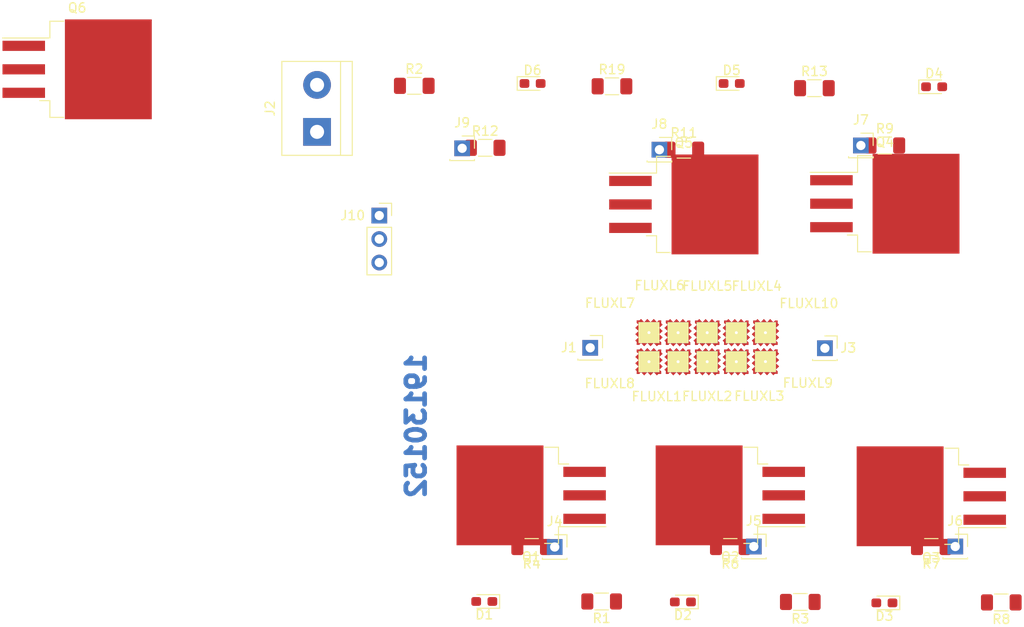
<source format=kicad_pcb>
(kicad_pcb (version 20211014) (generator pcbnew)
  (layers (0 "F.Cu" signal) (31 "B.Cu" signal) (34 "B.Paste" user) (35 "F.Paste" user) (36 "B.SilkS" user "B.Silkscreen") (37 "F.SilkS" user "F.Silkscreen") (38 "B.Mask" user) (39 "F.Mask" user) (44 "Edge.Cuts" user))
  (net 0 "")
  (net 1 "GND")
  (net 2 "Net-(D1-Pad2)")
  (net 3 "Net-(D2-Pad2)")
  (net 4 "Net-(D3-Pad2)")
  (net 5 "Net-(D4-Pad2)")
  (net 6 "Net-(D5-Pad2)")
  (net 7 "Net-(D6-Pad2)")
  (net 8 "Net-(FLUXL7-Pad1)")
  (net 9 "Net-(FLUXL10-Pad1)")
  (net 10 "/PAD_1")
  (net 11 "/PAD_2")
  (net 12 "/PAD_3")
  (net 13 "/PAD_4")
  (net 14 "/PAD_5")
  (net 15 "/PAD_6")
  (net 16 "/LED_1")
  (net 17 "/LED_2")
  (net 18 "/LED_3")
  (net 19 "/LED_4")
  (net 20 "/LED_5")
  (net 21 "/pin_6")
  (net 22 "/+HV")
  (footprint "LED_SMD:LED_0603_1608Metric_Pad1.05x0.95mm_HandSolder" (layer "F.Cu") (at 87.7874 133.0452 180)
    (fp_text reference "D1")
    (fp_text value "LED")
  )
  (footprint "Connector_PinSocket_2.54mm:PinSocket_1x03_P2.54mm_Vertical" (layer "F.Cu") (at 76.4282 91.3026)
    (fp_text reference "J10")
    (fp_text value "GND")
  )
  (footprint "GaudiLabsFootPrints:FLUXPAD_2_75_4MIL_FINAL" (layer "F.Cu") (at 118.2 103.97 -90)
    (fp_text reference "FLUXL10")
    (fp_text value "FX" hide)
  )
  (footprint "Package_TO_SOT_SMD:TO-263-3_TabPin2" (layer "F.Cu") (at 109.37 90.095)
    (fp_text reference "Q5")
    (fp_text value "IRF740")
  )
  (footprint "Resistor_SMD:R_1206_3216Metric_Pad1.30x1.75mm_HandSolder" (layer "F.Cu") (at 100.4824 133.0452 180)
    (fp_text reference "R1")
    (fp_text value "R")
  )
  (footprint "Package_TO_SOT_SMD:TO-263-3_TabPin2" (layer "F.Cu") (at 43.745 75.48)
    (fp_text reference "Q6")
    (fp_text value "IRF740")
  )
  (footprint "GaudiLabsFootPrints:FLUXPAD_2_75_4MIL_FINAL" (layer "F.Cu") (at 105.6 107.11 90)
    (fp_text reference "FLUXL8")
    (fp_text value "FX" hide)
  )
  (footprint "Resistor_SMD:R_1206_3216Metric_Pad1.30x1.75mm_HandSolder" (layer "F.Cu") (at 80.2132 77.2668)
    (fp_text reference "R2")
    (fp_text value "R")
  )
  (footprint "Resistor_SMD:R_1206_3216Metric_Pad1.30x1.75mm_HandSolder" (layer "F.Cu") (at 136.144 127.1524 180)
    (fp_text reference "R7")
    (fp_text value "1K")
  )
  (footprint "LED_SMD:LED_0603_1608Metric_Pad1.05x0.95mm_HandSolder" (layer "F.Cu") (at 109.2708 133.096 180)
    (fp_text reference "D2")
    (fp_text value "LED")
  )
  (footprint "Connector_PinSocket_2.54mm:PinSocket_1x01_P2.54mm_Vertical" (layer "F.Cu") (at 138.7348 127.1016)
    (fp_text reference "J6")
    (fp_text value "Ard_3")
  )
  (footprint "LED_SMD:LED_0603_1608Metric_Pad1.05x0.95mm_HandSolder" (layer "F.Cu") (at 136.4488 77.3684)
    (fp_text reference "D4")
    (fp_text value "LED")
  )
  (footprint "Resistor_SMD:R_1206_3216Metric_Pad1.30x1.75mm_HandSolder" (layer "F.Cu") (at 121.9708 133.096 180)
    (fp_text reference "R3")
    (fp_text value "R")
  )
  (footprint "GaudiLabsFootPrints:FLUXPAD_2_75_4MIL_FINAL" (layer "F.Cu") (at 111.9 107.11)
    (fp_text reference "FLUXL2")
    (fp_text value "FX" hide)
  )
  (footprint "Resistor_SMD:R_1206_3216Metric_Pad1.30x1.75mm_HandSolder" (layer "F.Cu") (at 87.884 83.9724)
    (fp_text reference "R12")
    (fp_text value "1K")
  )
  (footprint "TerminalBlock:TerminalBlock_bornier-2_P5.08mm" (layer "F.Cu") (at 69.6976 82.2452 90)
    (fp_text reference "J2")
    (fp_text value "POWER")
  )
  (footprint "GaudiLabsFootPrints:FLUXPAD_2_75_4MIL_FINAL" (layer "F.Cu") (at 111.9 103.97)
    (fp_text reference "FLUXL5")
    (fp_text value "FX" hide)
  )
  (footprint "GaudiLabsFootPrints:FLUXPAD_2_75_4MIL_FINAL" (layer "F.Cu") (at 115.05 103.97)
    (fp_text reference "FLUXL4")
    (fp_text value "FX" hide)
  )
  (footprint "Connector_PinSocket_2.54mm:PinSocket_1x01_P2.54mm_Vertical" (layer "F.Cu") (at 85.3948 84.0232)
    (fp_text reference "J9")
    (fp_text value "Ard_6")
  )
  (footprint "GaudiLabsFootPrints:FLUXPAD_2_75_4MIL_FINAL" (layer "F.Cu") (at 108.75 107.11)
    (fp_text reference "FLUXL1")
    (fp_text value "FX" hide)
  )
  (footprint "Connector_PinSocket_2.54mm:PinSocket_1x01_P2.54mm_Vertical" (layer "F.Cu") (at 95.4024 127.1524)
    (fp_text reference "J4")
    (fp_text value "Ard_1")
  )
  (footprint "Resistor_SMD:R_1206_3216Metric_Pad1.30x1.75mm_HandSolder" (layer "F.Cu") (at 123.4948 77.5208)
    (fp_text reference "R13")
    (fp_text value "R")
  )
  (footprint "GaudiLabsFootPrints:FLUXPAD_2_75_4MIL_FINAL" (layer "F.Cu") (at 108.75 103.97)
    (fp_text reference "FLUXL6")
    (fp_text value "FX" hide)
  )
  (footprint "LED_SMD:LED_0603_1608Metric_Pad1.05x0.95mm_HandSolder" (layer "F.Cu") (at 114.549 77.0128)
    (fp_text reference "D5")
    (fp_text value "LED")
  )
  (footprint "Connector_PinSocket_2.54mm:PinSocket_1x01_P2.54mm_Vertical" (layer "F.Cu") (at 128.524 83.7184)
    (fp_text reference "J7")
    (fp_text value "Ard_4")
  )
  (footprint "GaudiLabsFootPrints:FLUXPAD_2_75_4MIL_FINAL" (layer "F.Cu") (at 115.05 107.11)
    (fp_text reference "FLUXL3")
    (fp_text value "FX" hide)
  )
  (footprint "Connector_PinSocket_2.54mm:PinSocket_1x01_P2.54mm_Vertical" (layer "F.Cu") (at 99.245 105.605)
    (fp_text reference "J1")
    (fp_text value "GND_Electrodes")
  )
  (footprint "Package_TO_SOT_SMD:TO-263-3_TabPin2" (layer "F.Cu") (at 131.1148 90.0176)
    (fp_text reference "Q4")
    (fp_text value "IRF740")
  )
  (footprint "Connector_PinSocket_2.54mm:PinSocket_1x01_P2.54mm_Vertical" (layer "F.Cu") (at 106.7308 84.1756)
    (fp_text reference "J8")
    (fp_text value "Ard_5")
  )
  (footprint "Resistor_SMD:R_1206_3216Metric_Pad1.30x1.75mm_HandSolder" (layer "F.Cu") (at 131.1148 83.7184)
    (fp_text reference "R9")
    (fp_text value "1K")
  )
  (footprint "Resistor_SMD:R_1206_3216Metric_Pad1.30x1.75mm_HandSolder" (layer "F.Cu") (at 114.4016 127.1524 180)
    (fp_text reference "R6")
    (fp_text value "1K")
  )
  (footprint "Resistor_SMD:R_1206_3216Metric_Pad1.30x1.75mm_HandSolder" (layer "F.Cu") (at 143.7132 133.1468 180)
    (fp_text reference "R8")
    (fp_text value "R")
  )
  (footprint "Connector_PinSocket_2.54mm:PinSocket_1x01_P2.54mm_Vertical" (layer "F.Cu") (at 124.63 105.65)
    (fp_text reference "J3")
    (fp_text value "GND_Electrodes")
  )
  (footprint "LED_SMD:LED_0603_1608Metric_Pad1.05x0.95mm_HandSolder" (layer "F.Cu") (at 93.0098 77.0128)
    (fp_text reference "D6")
    (fp_text value "LED")
  )
  (footprint "Resistor_SMD:R_1206_3216Metric_Pad1.30x1.75mm_HandSolder" (layer "F.Cu") (at 101.6 77.3176)
    (fp_text reference "R19")
    (fp_text value "R")
  )
  (footprint "Package_TO_SOT_SMD:TO-263-3_TabPin2" (layer "F.Cu") (at 92.8624 121.5644 180)
    (fp_text reference "Q1")
    (fp_text value "IRF740")
  )
  (footprint "Package_TO_SOT_SMD:TO-263-3_TabPin2" (layer "F.Cu") (at 114.4016 121.5644 180)
    (fp_text reference "Q2")
    (fp_text value "IRF740")
  )
  (footprint "GaudiLabsFootPrints:FLUXPAD_2_75_4MIL_FINAL" (layer "F.Cu") (at 118.2 107.1 -90)
    (fp_text reference "FLUXL9")
    (fp_text value "FX" hide)
  )
  (footprint "Resistor_SMD:R_1206_3216Metric_Pad1.30x1.75mm_HandSolder" (layer "F.Cu") (at 109.3724 84.1756)
    (fp_text reference "R11")
    (fp_text value "1K")
  )
  (footprint "Package_TO_SOT_SMD:TO-263-3_TabPin2" (layer "F.Cu") (at 136.144 121.666 180)
    (fp_text reference "Q3")
    (fp_text value "IRF740")
  )
  (footprint "LED_SMD:LED_0603_1608Metric_Pad1.05x0.95mm_HandSolder" (layer "F.Cu") (at 131.069 133.1976 180)
    (fp_text reference "D3")
    (fp_text value "LED")
  )
  (footprint "GaudiLabsFootPrints:FLUXPAD_2_75_4MIL_FINAL" (layer "F.Cu") (at 105.6 103.96 90)
    (fp_text reference "FLUXL7")
    (fp_text value "FX" hide)
  )
  (footprint "Connector_PinSocket_2.54mm:PinSocket_1x01_P2.54mm_Vertical" (layer "F.Cu") (at 116.9416 127.1016)
    (fp_text reference "J5")
    (fp_text value "Ard_2")
  )
  (footprint "Resistor_SMD:R_1206_3216Metric_Pad1.30x1.75mm_HandSolder" (layer "F.Cu") (at 92.9132 127.1524 180)
    (fp_text reference "R4")
    (fp_text value "1K")
  )
  (gr_text "19130152" (at 80.4164 114.046 90) (layer "B.Cu") (effects (font (size 2.032 2.032) (thickness 0.508)) (justify mirror)))
)
</source>
